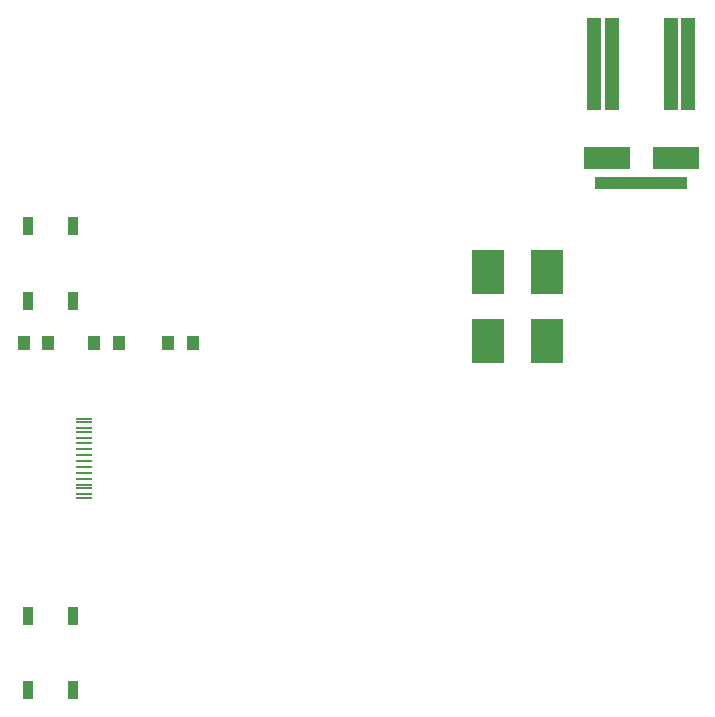
<source format=gtp>
G04*
G04 #@! TF.GenerationSoftware,Altium Limited,Altium Designer,23.2.1 (34)*
G04*
G04 Layer_Color=8421504*
%FSLAX44Y44*%
%MOMM*%
G71*
G04*
G04 #@! TF.SameCoordinates,D71E7737-13ED-4BDA-A6DE-6AB0D4F083BE*
G04*
G04*
G04 #@! TF.FilePolarity,Positive*
G04*
G01*
G75*
%ADD15R,1.1868X7.8868*%
%ADD16R,1.1000X1.2000*%
%ADD17R,3.8636X1.8636*%
%ADD18R,7.8944X1.0944*%
%ADD19R,2.8242X3.8242*%
%ADD20R,1.4732X0.2932*%
%ADD21R,0.9355X1.6355*%
D15*
X-175000Y334000D02*
D03*
X-190000D02*
D03*
X-110000D02*
D03*
X-125000D02*
D03*
D16*
X-529500Y97500D02*
D03*
X-550500D02*
D03*
X-592000D02*
D03*
X-613000D02*
D03*
X-652000D02*
D03*
X-673000D02*
D03*
D17*
X-121000Y254000D02*
D03*
X-179000D02*
D03*
D18*
X-150000Y233000D02*
D03*
D19*
X-230000Y99400D02*
D03*
Y157400D02*
D03*
X-280000D02*
D03*
Y99400D02*
D03*
D20*
X-621400Y33500D02*
D03*
Y30500D02*
D03*
Y25500D02*
D03*
Y22500D02*
D03*
Y17500D02*
D03*
Y12500D02*
D03*
Y7500D02*
D03*
Y2500D02*
D03*
Y-2500D02*
D03*
Y-7500D02*
D03*
Y-12500D02*
D03*
Y-17500D02*
D03*
Y-22500D02*
D03*
Y-25500D02*
D03*
Y-30500D02*
D03*
Y-33500D02*
D03*
D21*
X-669000Y-133500D02*
D03*
Y-196500D02*
D03*
X-631000Y-133500D02*
D03*
Y-196500D02*
D03*
X-631000Y133500D02*
D03*
Y196500D02*
D03*
X-669000Y133500D02*
D03*
Y196500D02*
D03*
M02*

</source>
